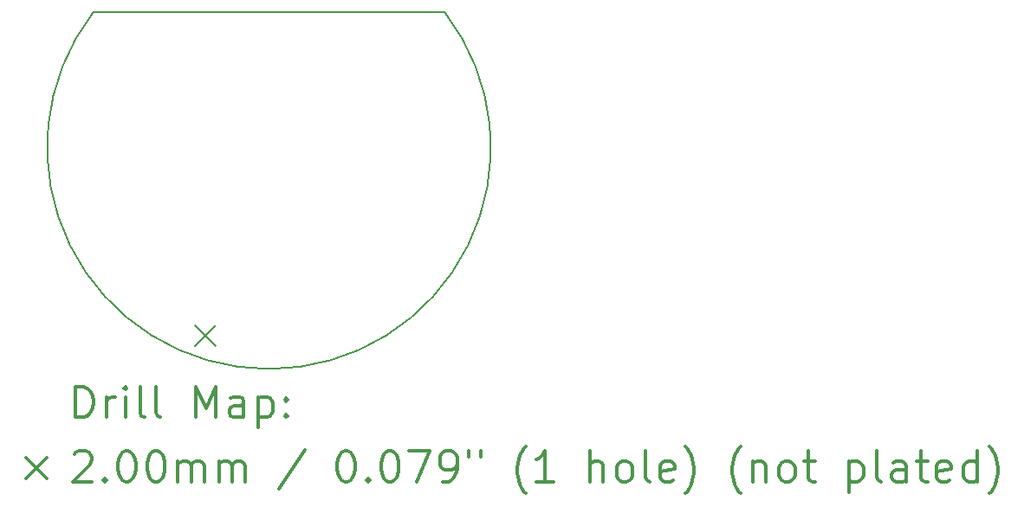
<source format=gbr>
%FSLAX45Y45*%
G04 Gerber Fmt 4.5, Leading zero omitted, Abs format (unit mm)*
G04 Created by KiCad (PCBNEW no-vcs-found-33e0758~58~ubuntu16.04.1) date Wed May  9 13:31:19 2018*
%MOMM*%
%LPD*%
G01*
G04 APERTURE LIST*
%ADD10C,0.127000*%
%ADD11C,0.150000*%
%ADD12C,0.200000*%
%ADD13C,0.300000*%
G04 APERTURE END LIST*
D10*
D11*
X13640000Y-6880000D02*
X13640000Y-6880000D01*
X10200000Y-6880000D02*
X13640000Y-6880000D01*
X13640000Y-6880000D02*
G75*
G02X10200000Y-6880000I-1720000J-1320000D01*
G01*
D12*
X11200000Y-9940000D02*
X11400000Y-10140000D01*
X11400000Y-9940000D02*
X11200000Y-10140000D01*
D13*
X10030796Y-10841347D02*
X10030796Y-10541347D01*
X10102224Y-10541347D01*
X10145081Y-10555633D01*
X10173653Y-10584204D01*
X10187939Y-10612776D01*
X10202224Y-10669919D01*
X10202224Y-10712776D01*
X10187939Y-10769919D01*
X10173653Y-10798490D01*
X10145081Y-10827061D01*
X10102224Y-10841347D01*
X10030796Y-10841347D01*
X10330796Y-10841347D02*
X10330796Y-10641347D01*
X10330796Y-10698490D02*
X10345081Y-10669919D01*
X10359367Y-10655633D01*
X10387939Y-10641347D01*
X10416510Y-10641347D01*
X10516510Y-10841347D02*
X10516510Y-10641347D01*
X10516510Y-10541347D02*
X10502224Y-10555633D01*
X10516510Y-10569919D01*
X10530796Y-10555633D01*
X10516510Y-10541347D01*
X10516510Y-10569919D01*
X10702224Y-10841347D02*
X10673653Y-10827061D01*
X10659367Y-10798490D01*
X10659367Y-10541347D01*
X10859367Y-10841347D02*
X10830796Y-10827061D01*
X10816510Y-10798490D01*
X10816510Y-10541347D01*
X11202224Y-10841347D02*
X11202224Y-10541347D01*
X11302224Y-10755633D01*
X11402224Y-10541347D01*
X11402224Y-10841347D01*
X11673653Y-10841347D02*
X11673653Y-10684204D01*
X11659367Y-10655633D01*
X11630796Y-10641347D01*
X11573653Y-10641347D01*
X11545081Y-10655633D01*
X11673653Y-10827061D02*
X11645081Y-10841347D01*
X11573653Y-10841347D01*
X11545081Y-10827061D01*
X11530796Y-10798490D01*
X11530796Y-10769919D01*
X11545081Y-10741347D01*
X11573653Y-10727061D01*
X11645081Y-10727061D01*
X11673653Y-10712776D01*
X11816510Y-10641347D02*
X11816510Y-10941347D01*
X11816510Y-10655633D02*
X11845081Y-10641347D01*
X11902224Y-10641347D01*
X11930796Y-10655633D01*
X11945081Y-10669919D01*
X11959367Y-10698490D01*
X11959367Y-10784204D01*
X11945081Y-10812776D01*
X11930796Y-10827061D01*
X11902224Y-10841347D01*
X11845081Y-10841347D01*
X11816510Y-10827061D01*
X12087939Y-10812776D02*
X12102224Y-10827061D01*
X12087939Y-10841347D01*
X12073653Y-10827061D01*
X12087939Y-10812776D01*
X12087939Y-10841347D01*
X12087939Y-10655633D02*
X12102224Y-10669919D01*
X12087939Y-10684204D01*
X12073653Y-10669919D01*
X12087939Y-10655633D01*
X12087939Y-10684204D01*
X9544367Y-11235633D02*
X9744367Y-11435633D01*
X9744367Y-11235633D02*
X9544367Y-11435633D01*
X10016510Y-11199918D02*
X10030796Y-11185633D01*
X10059367Y-11171347D01*
X10130796Y-11171347D01*
X10159367Y-11185633D01*
X10173653Y-11199918D01*
X10187939Y-11228490D01*
X10187939Y-11257061D01*
X10173653Y-11299918D01*
X10002224Y-11471347D01*
X10187939Y-11471347D01*
X10316510Y-11442776D02*
X10330796Y-11457061D01*
X10316510Y-11471347D01*
X10302224Y-11457061D01*
X10316510Y-11442776D01*
X10316510Y-11471347D01*
X10516510Y-11171347D02*
X10545081Y-11171347D01*
X10573653Y-11185633D01*
X10587939Y-11199918D01*
X10602224Y-11228490D01*
X10616510Y-11285633D01*
X10616510Y-11357061D01*
X10602224Y-11414204D01*
X10587939Y-11442776D01*
X10573653Y-11457061D01*
X10545081Y-11471347D01*
X10516510Y-11471347D01*
X10487939Y-11457061D01*
X10473653Y-11442776D01*
X10459367Y-11414204D01*
X10445081Y-11357061D01*
X10445081Y-11285633D01*
X10459367Y-11228490D01*
X10473653Y-11199918D01*
X10487939Y-11185633D01*
X10516510Y-11171347D01*
X10802224Y-11171347D02*
X10830796Y-11171347D01*
X10859367Y-11185633D01*
X10873653Y-11199918D01*
X10887939Y-11228490D01*
X10902224Y-11285633D01*
X10902224Y-11357061D01*
X10887939Y-11414204D01*
X10873653Y-11442776D01*
X10859367Y-11457061D01*
X10830796Y-11471347D01*
X10802224Y-11471347D01*
X10773653Y-11457061D01*
X10759367Y-11442776D01*
X10745081Y-11414204D01*
X10730796Y-11357061D01*
X10730796Y-11285633D01*
X10745081Y-11228490D01*
X10759367Y-11199918D01*
X10773653Y-11185633D01*
X10802224Y-11171347D01*
X11030796Y-11471347D02*
X11030796Y-11271347D01*
X11030796Y-11299918D02*
X11045081Y-11285633D01*
X11073653Y-11271347D01*
X11116510Y-11271347D01*
X11145081Y-11285633D01*
X11159367Y-11314204D01*
X11159367Y-11471347D01*
X11159367Y-11314204D02*
X11173653Y-11285633D01*
X11202224Y-11271347D01*
X11245081Y-11271347D01*
X11273653Y-11285633D01*
X11287939Y-11314204D01*
X11287939Y-11471347D01*
X11430796Y-11471347D02*
X11430796Y-11271347D01*
X11430796Y-11299918D02*
X11445081Y-11285633D01*
X11473653Y-11271347D01*
X11516510Y-11271347D01*
X11545081Y-11285633D01*
X11559367Y-11314204D01*
X11559367Y-11471347D01*
X11559367Y-11314204D02*
X11573653Y-11285633D01*
X11602224Y-11271347D01*
X11645081Y-11271347D01*
X11673653Y-11285633D01*
X11687939Y-11314204D01*
X11687939Y-11471347D01*
X12273653Y-11157061D02*
X12016510Y-11542776D01*
X12659367Y-11171347D02*
X12687939Y-11171347D01*
X12716510Y-11185633D01*
X12730796Y-11199918D01*
X12745081Y-11228490D01*
X12759367Y-11285633D01*
X12759367Y-11357061D01*
X12745081Y-11414204D01*
X12730796Y-11442776D01*
X12716510Y-11457061D01*
X12687939Y-11471347D01*
X12659367Y-11471347D01*
X12630796Y-11457061D01*
X12616510Y-11442776D01*
X12602224Y-11414204D01*
X12587939Y-11357061D01*
X12587939Y-11285633D01*
X12602224Y-11228490D01*
X12616510Y-11199918D01*
X12630796Y-11185633D01*
X12659367Y-11171347D01*
X12887939Y-11442776D02*
X12902224Y-11457061D01*
X12887939Y-11471347D01*
X12873653Y-11457061D01*
X12887939Y-11442776D01*
X12887939Y-11471347D01*
X13087939Y-11171347D02*
X13116510Y-11171347D01*
X13145081Y-11185633D01*
X13159367Y-11199918D01*
X13173653Y-11228490D01*
X13187939Y-11285633D01*
X13187939Y-11357061D01*
X13173653Y-11414204D01*
X13159367Y-11442776D01*
X13145081Y-11457061D01*
X13116510Y-11471347D01*
X13087939Y-11471347D01*
X13059367Y-11457061D01*
X13045081Y-11442776D01*
X13030796Y-11414204D01*
X13016510Y-11357061D01*
X13016510Y-11285633D01*
X13030796Y-11228490D01*
X13045081Y-11199918D01*
X13059367Y-11185633D01*
X13087939Y-11171347D01*
X13287939Y-11171347D02*
X13487939Y-11171347D01*
X13359367Y-11471347D01*
X13616510Y-11471347D02*
X13673653Y-11471347D01*
X13702224Y-11457061D01*
X13716510Y-11442776D01*
X13745081Y-11399918D01*
X13759367Y-11342776D01*
X13759367Y-11228490D01*
X13745081Y-11199918D01*
X13730796Y-11185633D01*
X13702224Y-11171347D01*
X13645081Y-11171347D01*
X13616510Y-11185633D01*
X13602224Y-11199918D01*
X13587939Y-11228490D01*
X13587939Y-11299918D01*
X13602224Y-11328490D01*
X13616510Y-11342776D01*
X13645081Y-11357061D01*
X13702224Y-11357061D01*
X13730796Y-11342776D01*
X13745081Y-11328490D01*
X13759367Y-11299918D01*
X13873653Y-11171347D02*
X13873653Y-11228490D01*
X13987939Y-11171347D02*
X13987939Y-11228490D01*
X14430796Y-11585633D02*
X14416510Y-11571347D01*
X14387939Y-11528490D01*
X14373653Y-11499918D01*
X14359367Y-11457061D01*
X14345081Y-11385633D01*
X14345081Y-11328490D01*
X14359367Y-11257061D01*
X14373653Y-11214204D01*
X14387939Y-11185633D01*
X14416510Y-11142776D01*
X14430796Y-11128490D01*
X14702224Y-11471347D02*
X14530796Y-11471347D01*
X14616510Y-11471347D02*
X14616510Y-11171347D01*
X14587939Y-11214204D01*
X14559367Y-11242776D01*
X14530796Y-11257061D01*
X15059367Y-11471347D02*
X15059367Y-11171347D01*
X15187939Y-11471347D02*
X15187939Y-11314204D01*
X15173653Y-11285633D01*
X15145081Y-11271347D01*
X15102224Y-11271347D01*
X15073653Y-11285633D01*
X15059367Y-11299918D01*
X15373653Y-11471347D02*
X15345081Y-11457061D01*
X15330796Y-11442776D01*
X15316510Y-11414204D01*
X15316510Y-11328490D01*
X15330796Y-11299918D01*
X15345081Y-11285633D01*
X15373653Y-11271347D01*
X15416510Y-11271347D01*
X15445081Y-11285633D01*
X15459367Y-11299918D01*
X15473653Y-11328490D01*
X15473653Y-11414204D01*
X15459367Y-11442776D01*
X15445081Y-11457061D01*
X15416510Y-11471347D01*
X15373653Y-11471347D01*
X15645081Y-11471347D02*
X15616510Y-11457061D01*
X15602224Y-11428490D01*
X15602224Y-11171347D01*
X15873653Y-11457061D02*
X15845081Y-11471347D01*
X15787939Y-11471347D01*
X15759367Y-11457061D01*
X15745081Y-11428490D01*
X15745081Y-11314204D01*
X15759367Y-11285633D01*
X15787939Y-11271347D01*
X15845081Y-11271347D01*
X15873653Y-11285633D01*
X15887939Y-11314204D01*
X15887939Y-11342776D01*
X15745081Y-11371347D01*
X15987939Y-11585633D02*
X16002224Y-11571347D01*
X16030796Y-11528490D01*
X16045081Y-11499918D01*
X16059367Y-11457061D01*
X16073653Y-11385633D01*
X16073653Y-11328490D01*
X16059367Y-11257061D01*
X16045081Y-11214204D01*
X16030796Y-11185633D01*
X16002224Y-11142776D01*
X15987939Y-11128490D01*
X16530796Y-11585633D02*
X16516510Y-11571347D01*
X16487939Y-11528490D01*
X16473653Y-11499918D01*
X16459367Y-11457061D01*
X16445081Y-11385633D01*
X16445081Y-11328490D01*
X16459367Y-11257061D01*
X16473653Y-11214204D01*
X16487939Y-11185633D01*
X16516510Y-11142776D01*
X16530796Y-11128490D01*
X16645081Y-11271347D02*
X16645081Y-11471347D01*
X16645081Y-11299918D02*
X16659367Y-11285633D01*
X16687939Y-11271347D01*
X16730796Y-11271347D01*
X16759367Y-11285633D01*
X16773653Y-11314204D01*
X16773653Y-11471347D01*
X16959367Y-11471347D02*
X16930796Y-11457061D01*
X16916510Y-11442776D01*
X16902224Y-11414204D01*
X16902224Y-11328490D01*
X16916510Y-11299918D01*
X16930796Y-11285633D01*
X16959367Y-11271347D01*
X17002224Y-11271347D01*
X17030796Y-11285633D01*
X17045081Y-11299918D01*
X17059367Y-11328490D01*
X17059367Y-11414204D01*
X17045081Y-11442776D01*
X17030796Y-11457061D01*
X17002224Y-11471347D01*
X16959367Y-11471347D01*
X17145081Y-11271347D02*
X17259367Y-11271347D01*
X17187939Y-11171347D02*
X17187939Y-11428490D01*
X17202224Y-11457061D01*
X17230796Y-11471347D01*
X17259367Y-11471347D01*
X17587939Y-11271347D02*
X17587939Y-11571347D01*
X17587939Y-11285633D02*
X17616510Y-11271347D01*
X17673653Y-11271347D01*
X17702224Y-11285633D01*
X17716510Y-11299918D01*
X17730796Y-11328490D01*
X17730796Y-11414204D01*
X17716510Y-11442776D01*
X17702224Y-11457061D01*
X17673653Y-11471347D01*
X17616510Y-11471347D01*
X17587939Y-11457061D01*
X17902224Y-11471347D02*
X17873653Y-11457061D01*
X17859367Y-11428490D01*
X17859367Y-11171347D01*
X18145081Y-11471347D02*
X18145081Y-11314204D01*
X18130796Y-11285633D01*
X18102224Y-11271347D01*
X18045081Y-11271347D01*
X18016510Y-11285633D01*
X18145081Y-11457061D02*
X18116510Y-11471347D01*
X18045081Y-11471347D01*
X18016510Y-11457061D01*
X18002224Y-11428490D01*
X18002224Y-11399918D01*
X18016510Y-11371347D01*
X18045081Y-11357061D01*
X18116510Y-11357061D01*
X18145081Y-11342776D01*
X18245081Y-11271347D02*
X18359367Y-11271347D01*
X18287939Y-11171347D02*
X18287939Y-11428490D01*
X18302224Y-11457061D01*
X18330796Y-11471347D01*
X18359367Y-11471347D01*
X18573653Y-11457061D02*
X18545081Y-11471347D01*
X18487939Y-11471347D01*
X18459367Y-11457061D01*
X18445081Y-11428490D01*
X18445081Y-11314204D01*
X18459367Y-11285633D01*
X18487939Y-11271347D01*
X18545081Y-11271347D01*
X18573653Y-11285633D01*
X18587939Y-11314204D01*
X18587939Y-11342776D01*
X18445081Y-11371347D01*
X18845081Y-11471347D02*
X18845081Y-11171347D01*
X18845081Y-11457061D02*
X18816510Y-11471347D01*
X18759367Y-11471347D01*
X18730796Y-11457061D01*
X18716510Y-11442776D01*
X18702224Y-11414204D01*
X18702224Y-11328490D01*
X18716510Y-11299918D01*
X18730796Y-11285633D01*
X18759367Y-11271347D01*
X18816510Y-11271347D01*
X18845081Y-11285633D01*
X18959367Y-11585633D02*
X18973653Y-11571347D01*
X19002224Y-11528490D01*
X19016510Y-11499918D01*
X19030796Y-11457061D01*
X19045081Y-11385633D01*
X19045081Y-11328490D01*
X19030796Y-11257061D01*
X19016510Y-11214204D01*
X19002224Y-11185633D01*
X18973653Y-11142776D01*
X18959367Y-11128490D01*
M02*

</source>
